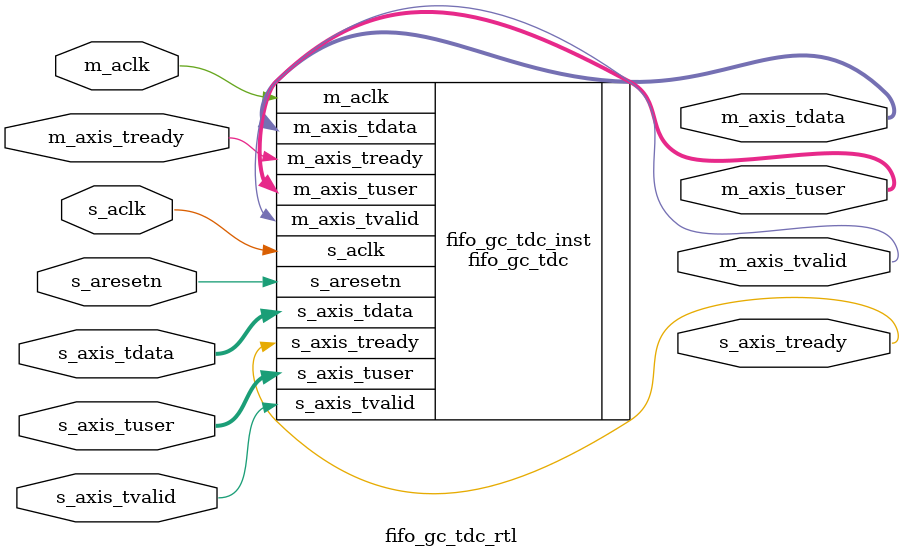
<source format=v>
module fifo_gc_tdc_rtl(
    input wire m_aclk,
    input wire s_aclk,
    input wire s_aresetn,
    input wire s_axis_tvalid,
    output wire s_axis_tready,
    input wire [127 : 0] s_axis_tdata,
    input wire [3 : 0] s_axis_tuser,
    output wire m_axis_tvalid,
    input wire m_axis_tready,
    output wire [127 : 0] m_axis_tdata,
    output wire [3 : 0] m_axis_tuser
    );
fifo_gc_tdc fifo_gc_tdc_inst (
  .m_aclk(m_aclk),                // input wire m_aclk
  .s_aclk(s_aclk),                // input wire s_aclk
  .s_aresetn(s_aresetn),          // input wire s_aresetn
  .s_axis_tvalid(s_axis_tvalid),  // input wire s_axis_tvalid
  .s_axis_tready(s_axis_tready),  // output wire s_axis_tready
  .s_axis_tdata(s_axis_tdata),    // input wire [127 : 0] s_axis_tdata
  .s_axis_tuser(s_axis_tuser),    // input wire [3 : 0] s_axis_tuser
  .m_axis_tvalid(m_axis_tvalid),  // output wire m_axis_tvalid
  .m_axis_tready(m_axis_tready),  // input wire m_axis_tready
  .m_axis_tdata(m_axis_tdata),    // output wire [127 : 0] m_axis_tdata
  .m_axis_tuser(m_axis_tuser)    // output wire [3 : 0] m_axis_tuser
);

endmodule

</source>
